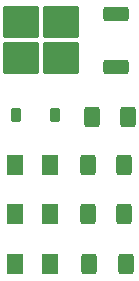
<source format=gtp>
%TF.GenerationSoftware,KiCad,Pcbnew,8.0.0*%
%TF.CreationDate,2024-05-08T18:58:49-04:00*%
%TF.ProjectId,myBaseBoardDesign,6d794261-7365-4426-9f61-726444657369,rev?*%
%TF.SameCoordinates,Original*%
%TF.FileFunction,Paste,Top*%
%TF.FilePolarity,Positive*%
%FSLAX46Y46*%
G04 Gerber Fmt 4.6, Leading zero omitted, Abs format (unit mm)*
G04 Created by KiCad (PCBNEW 8.0.0) date 2024-05-08 18:58:49*
%MOMM*%
%LPD*%
G01*
G04 APERTURE LIST*
G04 Aperture macros list*
%AMRoundRect*
0 Rectangle with rounded corners*
0 $1 Rounding radius*
0 $2 $3 $4 $5 $6 $7 $8 $9 X,Y pos of 4 corners*
0 Add a 4 corners polygon primitive as box body*
4,1,4,$2,$3,$4,$5,$6,$7,$8,$9,$2,$3,0*
0 Add four circle primitives for the rounded corners*
1,1,$1+$1,$2,$3*
1,1,$1+$1,$4,$5*
1,1,$1+$1,$6,$7*
1,1,$1+$1,$8,$9*
0 Add four rect primitives between the rounded corners*
20,1,$1+$1,$2,$3,$4,$5,0*
20,1,$1+$1,$4,$5,$6,$7,0*
20,1,$1+$1,$6,$7,$8,$9,0*
20,1,$1+$1,$8,$9,$2,$3,0*%
G04 Aperture macros list end*
%ADD10RoundRect,0.250000X-0.400000X-0.625000X0.400000X-0.625000X0.400000X0.625000X-0.400000X0.625000X0*%
%ADD11RoundRect,0.250000X0.850000X0.350000X-0.850000X0.350000X-0.850000X-0.350000X0.850000X-0.350000X0*%
%ADD12RoundRect,0.250000X1.275000X1.125000X-1.275000X1.125000X-1.275000X-1.125000X1.275000X-1.125000X0*%
%ADD13RoundRect,0.250000X0.400000X0.625000X-0.400000X0.625000X-0.400000X-0.625000X0.400000X-0.625000X0*%
%ADD14RoundRect,0.225000X-0.225000X-0.375000X0.225000X-0.375000X0.225000X0.375000X-0.225000X0.375000X0*%
%ADD15RoundRect,0.250001X-0.462499X-0.624999X0.462499X-0.624999X0.462499X0.624999X-0.462499X0.624999X0*%
G04 APERTURE END LIST*
D10*
%TO.C,R1*%
X80974000Y-127508000D03*
X84074000Y-127508000D03*
%TD*%
D11*
%TO.C,Q2*%
X82984000Y-123310000D03*
D12*
X78359000Y-122555000D03*
X78359000Y-119505000D03*
X75009000Y-122555000D03*
X75009000Y-119505000D03*
D11*
X82984000Y-118750000D03*
%TD*%
D13*
%TO.C,R4*%
X83719000Y-135763000D03*
X80619000Y-135763000D03*
%TD*%
D14*
%TO.C,D1*%
X74551000Y-127381000D03*
X77851000Y-127381000D03*
%TD*%
D15*
%TO.C,D3*%
X74484500Y-139954000D03*
X77459500Y-139954000D03*
%TD*%
%TO.C,D4*%
X74484500Y-135763000D03*
X77459500Y-135763000D03*
%TD*%
%TO.C,D2*%
X74495000Y-131572000D03*
X77470000Y-131572000D03*
%TD*%
D13*
%TO.C,R2*%
X83719000Y-131572000D03*
X80619000Y-131572000D03*
%TD*%
%TO.C,R3*%
X83846000Y-139954000D03*
X80746000Y-139954000D03*
%TD*%
M02*

</source>
